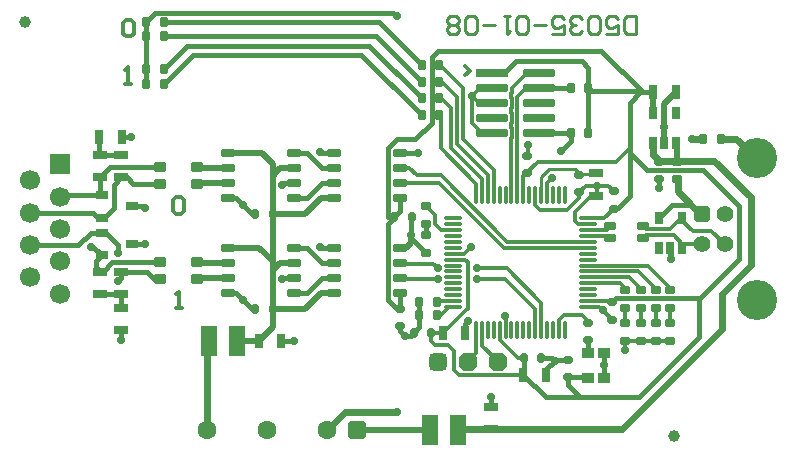
<source format=gtl>
G04*
G04 #@! TF.GenerationSoftware,Altium Limited,Altium Designer,24.3.1 (35)*
G04*
G04 Layer_Physical_Order=1*
G04 Layer_Color=255*
%FSLAX25Y25*%
%MOIN*%
G70*
G04*
G04 #@! TF.SameCoordinates,DD41D466-AE5E-4816-99C6-3666686ED4B2*
G04*
G04*
G04 #@! TF.FilePolarity,Positive*
G04*
G01*
G75*
G04:AMPARAMS|DCode=10|XSize=23.62mil|YSize=47.24mil|CornerRadius=3.54mil|HoleSize=0mil|Usage=FLASHONLY|Rotation=270.000|XOffset=0mil|YOffset=0mil|HoleType=Round|Shape=RoundedRectangle|*
%AMROUNDEDRECTD10*
21,1,0.02362,0.04016,0,0,270.0*
21,1,0.01654,0.04724,0,0,270.0*
1,1,0.00709,-0.02008,-0.00827*
1,1,0.00709,-0.02008,0.00827*
1,1,0.00709,0.02008,0.00827*
1,1,0.00709,0.02008,-0.00827*
%
%ADD10ROUNDEDRECTD10*%
G04:AMPARAMS|DCode=11|XSize=33.47mil|YSize=23.62mil|CornerRadius=2.36mil|HoleSize=0mil|Usage=FLASHONLY|Rotation=90.000|XOffset=0mil|YOffset=0mil|HoleType=Round|Shape=RoundedRectangle|*
%AMROUNDEDRECTD11*
21,1,0.03347,0.01890,0,0,90.0*
21,1,0.02874,0.02362,0,0,90.0*
1,1,0.00472,0.00945,0.01437*
1,1,0.00472,0.00945,-0.01437*
1,1,0.00472,-0.00945,-0.01437*
1,1,0.00472,-0.00945,0.01437*
%
%ADD11ROUNDEDRECTD11*%
%ADD12C,0.03937*%
G04:AMPARAMS|DCode=13|XSize=43.31mil|YSize=23.62mil|CornerRadius=3.54mil|HoleSize=0mil|Usage=FLASHONLY|Rotation=180.000|XOffset=0mil|YOffset=0mil|HoleType=Round|Shape=RoundedRectangle|*
%AMROUNDEDRECTD13*
21,1,0.04331,0.01654,0,0,180.0*
21,1,0.03622,0.02362,0,0,180.0*
1,1,0.00709,-0.01811,0.00827*
1,1,0.00709,0.01811,0.00827*
1,1,0.00709,0.01811,-0.00827*
1,1,0.00709,-0.01811,-0.00827*
%
%ADD13ROUNDEDRECTD13*%
G04:AMPARAMS|DCode=14|XSize=11.81mil|YSize=59.06mil|CornerRadius=2.95mil|HoleSize=0mil|Usage=FLASHONLY|Rotation=90.000|XOffset=0mil|YOffset=0mil|HoleType=Round|Shape=RoundedRectangle|*
%AMROUNDEDRECTD14*
21,1,0.01181,0.05315,0,0,90.0*
21,1,0.00591,0.05906,0,0,90.0*
1,1,0.00591,0.02657,0.00295*
1,1,0.00591,0.02657,-0.00295*
1,1,0.00591,-0.02657,-0.00295*
1,1,0.00591,-0.02657,0.00295*
%
%ADD14ROUNDEDRECTD14*%
G04:AMPARAMS|DCode=15|XSize=11.81mil|YSize=59.06mil|CornerRadius=2.95mil|HoleSize=0mil|Usage=FLASHONLY|Rotation=0.000|XOffset=0mil|YOffset=0mil|HoleType=Round|Shape=RoundedRectangle|*
%AMROUNDEDRECTD15*
21,1,0.01181,0.05315,0,0,0.0*
21,1,0.00591,0.05906,0,0,0.0*
1,1,0.00591,0.00295,-0.02657*
1,1,0.00591,-0.00295,-0.02657*
1,1,0.00591,-0.00295,0.02657*
1,1,0.00591,0.00295,0.02657*
%
%ADD15ROUNDEDRECTD15*%
%ADD16R,0.10630X0.02756*%
G04:AMPARAMS|DCode=17|XSize=27.56mil|YSize=106.3mil|CornerRadius=4.13mil|HoleSize=0mil|Usage=FLASHONLY|Rotation=270.000|XOffset=0mil|YOffset=0mil|HoleType=Round|Shape=RoundedRectangle|*
%AMROUNDEDRECTD17*
21,1,0.02756,0.09803,0,0,270.0*
21,1,0.01929,0.10630,0,0,270.0*
1,1,0.00827,-0.04902,-0.00965*
1,1,0.00827,-0.04902,0.00965*
1,1,0.00827,0.04902,0.00965*
1,1,0.00827,0.04902,-0.00965*
%
%ADD17ROUNDEDRECTD17*%
G04:AMPARAMS|DCode=18|XSize=23.62mil|YSize=43.31mil|CornerRadius=2.36mil|HoleSize=0mil|Usage=FLASHONLY|Rotation=180.000|XOffset=0mil|YOffset=0mil|HoleType=Round|Shape=RoundedRectangle|*
%AMROUNDEDRECTD18*
21,1,0.02362,0.03858,0,0,180.0*
21,1,0.01890,0.04331,0,0,180.0*
1,1,0.00472,-0.00945,0.01929*
1,1,0.00472,0.00945,0.01929*
1,1,0.00472,0.00945,-0.01929*
1,1,0.00472,-0.00945,-0.01929*
%
%ADD18ROUNDEDRECTD18*%
G04:AMPARAMS|DCode=19|XSize=33.47mil|YSize=23.62mil|CornerRadius=2.36mil|HoleSize=0mil|Usage=FLASHONLY|Rotation=180.000|XOffset=0mil|YOffset=0mil|HoleType=Round|Shape=RoundedRectangle|*
%AMROUNDEDRECTD19*
21,1,0.03347,0.01890,0,0,180.0*
21,1,0.02874,0.02362,0,0,180.0*
1,1,0.00472,-0.01437,0.00945*
1,1,0.00472,0.01437,0.00945*
1,1,0.00472,0.01437,-0.00945*
1,1,0.00472,-0.01437,-0.00945*
%
%ADD19ROUNDEDRECTD19*%
G04:AMPARAMS|DCode=20|XSize=49.21mil|YSize=27.56mil|CornerRadius=2.76mil|HoleSize=0mil|Usage=FLASHONLY|Rotation=180.000|XOffset=0mil|YOffset=0mil|HoleType=Round|Shape=RoundedRectangle|*
%AMROUNDEDRECTD20*
21,1,0.04921,0.02205,0,0,180.0*
21,1,0.04370,0.02756,0,0,180.0*
1,1,0.00551,-0.02185,0.01102*
1,1,0.00551,0.02185,0.01102*
1,1,0.00551,0.02185,-0.01102*
1,1,0.00551,-0.02185,-0.01102*
%
%ADD20ROUNDEDRECTD20*%
G04:AMPARAMS|DCode=21|XSize=43.31mil|YSize=31.5mil|CornerRadius=4.72mil|HoleSize=0mil|Usage=FLASHONLY|Rotation=0.000|XOffset=0mil|YOffset=0mil|HoleType=Round|Shape=RoundedRectangle|*
%AMROUNDEDRECTD21*
21,1,0.04331,0.02205,0,0,0.0*
21,1,0.03386,0.03150,0,0,0.0*
1,1,0.00945,0.01693,-0.01102*
1,1,0.00945,-0.01693,-0.01102*
1,1,0.00945,-0.01693,0.01102*
1,1,0.00945,0.01693,0.01102*
%
%ADD21ROUNDEDRECTD21*%
G04:AMPARAMS|DCode=22|XSize=55.12mil|YSize=102.36mil|CornerRadius=8.27mil|HoleSize=0mil|Usage=FLASHONLY|Rotation=180.000|XOffset=0mil|YOffset=0mil|HoleType=Round|Shape=RoundedRectangle|*
%AMROUNDEDRECTD22*
21,1,0.05512,0.08583,0,0,180.0*
21,1,0.03858,0.10236,0,0,180.0*
1,1,0.01654,-0.01929,0.04291*
1,1,0.01654,0.01929,0.04291*
1,1,0.01654,0.01929,-0.04291*
1,1,0.01654,-0.01929,-0.04291*
%
%ADD22ROUNDEDRECTD22*%
G04:AMPARAMS|DCode=23|XSize=39.37mil|YSize=35.43mil|CornerRadius=3.54mil|HoleSize=0mil|Usage=FLASHONLY|Rotation=180.000|XOffset=0mil|YOffset=0mil|HoleType=Round|Shape=RoundedRectangle|*
%AMROUNDEDRECTD23*
21,1,0.03937,0.02835,0,0,180.0*
21,1,0.03228,0.03543,0,0,180.0*
1,1,0.00709,-0.01614,0.01417*
1,1,0.00709,0.01614,0.01417*
1,1,0.00709,0.01614,-0.01417*
1,1,0.00709,-0.01614,-0.01417*
%
%ADD23ROUNDEDRECTD23*%
G04:AMPARAMS|DCode=24|XSize=23.62mil|YSize=43.31mil|CornerRadius=2.36mil|HoleSize=0mil|Usage=FLASHONLY|Rotation=90.000|XOffset=0mil|YOffset=0mil|HoleType=Round|Shape=RoundedRectangle|*
%AMROUNDEDRECTD24*
21,1,0.02362,0.03858,0,0,90.0*
21,1,0.01890,0.04331,0,0,90.0*
1,1,0.00472,0.01929,0.00945*
1,1,0.00472,0.01929,-0.00945*
1,1,0.00472,-0.01929,-0.00945*
1,1,0.00472,-0.01929,0.00945*
%
%ADD24ROUNDEDRECTD24*%
G04:AMPARAMS|DCode=25|XSize=31.5mil|YSize=25.59mil|CornerRadius=6.4mil|HoleSize=0mil|Usage=FLASHONLY|Rotation=90.000|XOffset=0mil|YOffset=0mil|HoleType=Round|Shape=RoundedRectangle|*
%AMROUNDEDRECTD25*
21,1,0.03150,0.01280,0,0,90.0*
21,1,0.01870,0.02559,0,0,90.0*
1,1,0.01280,0.00640,0.00935*
1,1,0.01280,0.00640,-0.00935*
1,1,0.01280,-0.00640,-0.00935*
1,1,0.01280,-0.00640,0.00935*
%
%ADD25ROUNDEDRECTD25*%
G04:AMPARAMS|DCode=26|XSize=31.5mil|YSize=25.59mil|CornerRadius=6.4mil|HoleSize=0mil|Usage=FLASHONLY|Rotation=180.000|XOffset=0mil|YOffset=0mil|HoleType=Round|Shape=RoundedRectangle|*
%AMROUNDEDRECTD26*
21,1,0.03150,0.01280,0,0,180.0*
21,1,0.01870,0.02559,0,0,180.0*
1,1,0.01280,-0.00935,0.00640*
1,1,0.01280,0.00935,0.00640*
1,1,0.01280,0.00935,-0.00640*
1,1,0.01280,-0.00935,-0.00640*
%
%ADD26ROUNDEDRECTD26*%
G04:AMPARAMS|DCode=27|XSize=49.21mil|YSize=27.56mil|CornerRadius=2.76mil|HoleSize=0mil|Usage=FLASHONLY|Rotation=270.000|XOffset=0mil|YOffset=0mil|HoleType=Round|Shape=RoundedRectangle|*
%AMROUNDEDRECTD27*
21,1,0.04921,0.02205,0,0,270.0*
21,1,0.04370,0.02756,0,0,270.0*
1,1,0.00551,-0.01102,-0.02185*
1,1,0.00551,-0.01102,0.02185*
1,1,0.00551,0.01102,0.02185*
1,1,0.00551,0.01102,-0.02185*
%
%ADD27ROUNDEDRECTD27*%
%ADD28C,0.01181*%
%ADD60C,0.01575*%
%ADD61C,0.02362*%
%ADD62C,0.01968*%
%ADD63C,0.01200*%
%ADD64C,0.00984*%
%ADD65C,0.01000*%
%ADD66C,0.06693*%
%ADD67R,0.06693X0.06693*%
G04:AMPARAMS|DCode=68|XSize=59.06mil|YSize=59.06mil|CornerRadius=14.76mil|HoleSize=0mil|Usage=FLASHONLY|Rotation=0.000|XOffset=0mil|YOffset=0mil|HoleType=Round|Shape=RoundedRectangle|*
%AMROUNDEDRECTD68*
21,1,0.05906,0.02953,0,0,0.0*
21,1,0.02953,0.05906,0,0,0.0*
1,1,0.02953,0.01476,-0.01476*
1,1,0.02953,-0.01476,-0.01476*
1,1,0.02953,-0.01476,0.01476*
1,1,0.02953,0.01476,0.01476*
%
%ADD68ROUNDEDRECTD68*%
G04:AMPARAMS|DCode=69|XSize=59.06mil|YSize=59.06mil|CornerRadius=0mil|HoleSize=0mil|Usage=FLASHONLY|Rotation=0.000|XOffset=0mil|YOffset=0mil|HoleType=Round|Shape=Octagon|*
%AMOCTAGOND69*
4,1,8,0.02953,-0.01476,0.02953,0.01476,0.01476,0.02953,-0.01476,0.02953,-0.02953,0.01476,-0.02953,-0.01476,-0.01476,-0.02953,0.01476,-0.02953,0.02953,-0.01476,0.0*
%
%ADD69OCTAGOND69*%

%ADD70C,0.13386*%
%ADD71C,0.05512*%
G04:AMPARAMS|DCode=72|XSize=55.12mil|YSize=55.12mil|CornerRadius=13.78mil|HoleSize=0mil|Usage=FLASHONLY|Rotation=90.000|XOffset=0mil|YOffset=0mil|HoleType=Round|Shape=RoundedRectangle|*
%AMROUNDEDRECTD72*
21,1,0.05512,0.02756,0,0,90.0*
21,1,0.02756,0.05512,0,0,90.0*
1,1,0.02756,0.01378,0.01378*
1,1,0.02756,0.01378,-0.01378*
1,1,0.02756,-0.01378,-0.01378*
1,1,0.02756,-0.01378,0.01378*
%
%ADD72ROUNDEDRECTD72*%
%ADD73C,0.06299*%
G04:AMPARAMS|DCode=74|XSize=62.99mil|YSize=62.99mil|CornerRadius=15.75mil|HoleSize=0mil|Usage=FLASHONLY|Rotation=0.000|XOffset=0mil|YOffset=0mil|HoleType=Round|Shape=RoundedRectangle|*
%AMROUNDEDRECTD74*
21,1,0.06299,0.03150,0,0,0.0*
21,1,0.03150,0.06299,0,0,0.0*
1,1,0.03150,0.01575,-0.01575*
1,1,0.03150,-0.01575,-0.01575*
1,1,0.03150,-0.01575,0.01575*
1,1,0.03150,0.01575,0.01575*
%
%ADD74ROUNDEDRECTD74*%
%ADD75C,0.02756*%
D10*
X83465Y70492D02*
D03*
Y65492D02*
D03*
Y60492D02*
D03*
Y55492D02*
D03*
X105512Y70492D02*
D03*
Y65492D02*
D03*
Y60492D02*
D03*
Y55492D02*
D03*
X83465Y101988D02*
D03*
Y96988D02*
D03*
Y91988D02*
D03*
Y86988D02*
D03*
X105512Y101988D02*
D03*
Y96988D02*
D03*
Y91988D02*
D03*
Y86988D02*
D03*
X118898Y70492D02*
D03*
Y65492D02*
D03*
Y60492D02*
D03*
Y55492D02*
D03*
X140945Y70492D02*
D03*
Y65492D02*
D03*
Y60492D02*
D03*
Y55492D02*
D03*
X118898Y101988D02*
D03*
Y96988D02*
D03*
Y91988D02*
D03*
Y86988D02*
D03*
X140945Y101988D02*
D03*
Y96988D02*
D03*
Y91988D02*
D03*
Y86988D02*
D03*
D11*
X241732Y106890D02*
D03*
X247638D02*
D03*
X197638Y108858D02*
D03*
X203543D02*
D03*
X197638Y123819D02*
D03*
X203543D02*
D03*
X153150Y52559D02*
D03*
X147244D02*
D03*
X153150Y48228D02*
D03*
X147244D02*
D03*
X148031Y114764D02*
D03*
X153937D02*
D03*
X148031Y120276D02*
D03*
X153937D02*
D03*
X148031Y125787D02*
D03*
X153937D02*
D03*
X148031Y131299D02*
D03*
X153937D02*
D03*
X62008Y125197D02*
D03*
X56102D02*
D03*
X62008Y129921D02*
D03*
X56102D02*
D03*
X62008Y140945D02*
D03*
X56102D02*
D03*
X62008Y145669D02*
D03*
X56102D02*
D03*
D12*
X232283Y7874D02*
D03*
X15748Y145669D02*
D03*
D13*
X210827Y77756D02*
D03*
X221850D02*
D03*
Y73819D02*
D03*
X210827D02*
D03*
D14*
X158465Y80315D02*
D03*
Y78347D02*
D03*
Y76378D02*
D03*
Y74409D02*
D03*
Y72441D02*
D03*
Y70472D02*
D03*
Y68504D02*
D03*
Y66535D02*
D03*
Y64567D02*
D03*
Y62598D02*
D03*
Y60630D02*
D03*
Y58661D02*
D03*
Y56693D02*
D03*
Y54724D02*
D03*
Y52756D02*
D03*
Y50787D02*
D03*
X203346D02*
D03*
Y52756D02*
D03*
Y54724D02*
D03*
Y56693D02*
D03*
Y58661D02*
D03*
Y60630D02*
D03*
Y62598D02*
D03*
Y64567D02*
D03*
Y66535D02*
D03*
Y68504D02*
D03*
Y70472D02*
D03*
Y72441D02*
D03*
Y74409D02*
D03*
Y76378D02*
D03*
Y78347D02*
D03*
Y80315D02*
D03*
D15*
X166142Y43110D02*
D03*
X168110D02*
D03*
X170079D02*
D03*
X172047D02*
D03*
X174016D02*
D03*
X175984D02*
D03*
X177953D02*
D03*
X179921D02*
D03*
X181890D02*
D03*
X183858D02*
D03*
X185827D02*
D03*
X187795D02*
D03*
X189764D02*
D03*
X191732D02*
D03*
X193701D02*
D03*
X195669D02*
D03*
Y87992D02*
D03*
X193701D02*
D03*
X191732D02*
D03*
X189764D02*
D03*
X187795D02*
D03*
X185827D02*
D03*
X183858D02*
D03*
X181890D02*
D03*
X179921D02*
D03*
X177953D02*
D03*
X175984D02*
D03*
X174016D02*
D03*
X172047D02*
D03*
X170079D02*
D03*
X168110D02*
D03*
X166142D02*
D03*
D16*
X171457Y128661D02*
D03*
D17*
X187205D02*
D03*
X171457Y123661D02*
D03*
X187205D02*
D03*
X171457Y118661D02*
D03*
Y113661D02*
D03*
Y108661D02*
D03*
X187205Y118661D02*
D03*
Y113661D02*
D03*
Y108661D02*
D03*
D18*
X225197Y115551D02*
D03*
X232677D02*
D03*
Y105315D02*
D03*
X228937D02*
D03*
X225197D02*
D03*
X227165Y80512D02*
D03*
X234646D02*
D03*
Y70276D02*
D03*
X230906D02*
D03*
X227165D02*
D03*
D19*
X149409Y68701D02*
D03*
Y74606D02*
D03*
X230906Y39370D02*
D03*
Y45276D02*
D03*
X226181Y39370D02*
D03*
Y45276D02*
D03*
X221063Y39370D02*
D03*
Y45276D02*
D03*
X215945Y39370D02*
D03*
Y45276D02*
D03*
X233268Y99213D02*
D03*
Y93307D02*
D03*
X149409Y84449D02*
D03*
Y78543D02*
D03*
X230906Y56299D02*
D03*
Y50394D02*
D03*
X226181Y56299D02*
D03*
Y50394D02*
D03*
X221063Y56299D02*
D03*
Y50394D02*
D03*
X215945Y56299D02*
D03*
Y50394D02*
D03*
D20*
X40937Y62551D02*
D03*
Y55071D02*
D03*
X47937Y62551D02*
D03*
Y55071D02*
D03*
X40937Y94071D02*
D03*
Y101551D02*
D03*
X47937Y94071D02*
D03*
Y101551D02*
D03*
Y50551D02*
D03*
Y43071D02*
D03*
X206102Y95276D02*
D03*
Y87795D02*
D03*
X171260Y10039D02*
D03*
Y17520D02*
D03*
D21*
X60630Y65748D02*
D03*
X73228D02*
D03*
Y60236D02*
D03*
X60630D02*
D03*
Y97244D02*
D03*
X73228D02*
D03*
Y91732D02*
D03*
X60630D02*
D03*
D22*
X160236Y9843D02*
D03*
X150787D02*
D03*
X76968Y39370D02*
D03*
X86417D02*
D03*
D23*
X203346Y27165D02*
D03*
X208858D02*
D03*
Y35433D02*
D03*
X203346D02*
D03*
D24*
X41319Y75551D02*
D03*
Y68071D02*
D03*
X51555Y71811D02*
D03*
X41319Y88051D02*
D03*
Y80571D02*
D03*
X51555Y84311D02*
D03*
D25*
X92618Y50197D02*
D03*
X98327D02*
D03*
X92618Y81693D02*
D03*
X98327D02*
D03*
X144653Y80614D02*
D03*
X138945D02*
D03*
X145445Y42114D02*
D03*
X151154D02*
D03*
X187697Y33661D02*
D03*
X181988D02*
D03*
D26*
X140748Y44390D02*
D03*
Y50098D02*
D03*
X200591Y89075D02*
D03*
Y94784D02*
D03*
X183268Y101083D02*
D03*
Y95374D02*
D03*
X212008Y89272D02*
D03*
Y83563D02*
D03*
X211614Y46555D02*
D03*
Y52264D02*
D03*
X226969Y93405D02*
D03*
Y99114D02*
D03*
X196653Y32972D02*
D03*
Y27264D02*
D03*
X203346Y45571D02*
D03*
Y39862D02*
D03*
D27*
X40551Y107283D02*
D03*
X48031D02*
D03*
X155059Y42114D02*
D03*
X162539D02*
D03*
X93701Y39370D02*
D03*
X101181D02*
D03*
X181890Y28150D02*
D03*
X189370D02*
D03*
X225197Y122244D02*
D03*
X232677D02*
D03*
D28*
X181890Y94350D02*
X186653Y99114D01*
X208854Y80315D02*
X212299Y83760D01*
X160343Y28071D02*
X181890D01*
X140945Y60114D02*
X153299D01*
X140945Y65114D02*
X151799D01*
X211154Y46760D02*
X211799D01*
X180252Y33661D02*
X181988D01*
X174016Y39898D02*
X180252Y33661D01*
X153150Y48228D02*
X154528D01*
X157087Y50787D01*
X158465D01*
X153150Y52559D02*
X153347Y52756D01*
X158465D01*
X152362Y78543D02*
X154528Y76378D01*
X158465D01*
X162189Y68504D02*
X164299Y70614D01*
X158465Y68504D02*
X162189D01*
X163299Y50114D02*
Y65835D01*
X162598Y66535D02*
X163299Y65835D01*
X158465Y66535D02*
X162598D01*
X234646Y79768D02*
X234842Y79571D01*
X230709Y76575D02*
X233902Y79768D01*
X234646D01*
X209842Y74409D02*
X210039Y74213D01*
X210236D01*
X203346Y74409D02*
X209842D01*
X210236Y74213D02*
X210827Y73622D01*
X168110Y37803D02*
Y43110D01*
Y37803D02*
X173299Y32614D01*
X166142Y35457D02*
Y43110D01*
X163299Y32614D02*
X166142Y35457D01*
X175787Y47835D02*
X175984Y47638D01*
Y43110D02*
Y47638D01*
X174016Y39898D02*
Y43110D01*
X176299Y63614D02*
X187795Y52118D01*
Y43110D02*
Y52118D01*
X175799Y60114D02*
X185827Y50087D01*
Y43110D02*
Y50087D01*
X195358Y48114D02*
X201394D01*
X193701Y46457D02*
X195358Y48114D01*
X193701Y43110D02*
Y46457D01*
X203346Y50787D02*
X207126D01*
X208299Y49614D01*
X203346Y52756D02*
X211512D01*
X211799Y52469D01*
X223299Y64567D02*
X231299Y56567D01*
X203346Y64567D02*
X223299D01*
X220268Y62598D02*
X226299Y56567D01*
X203346Y62598D02*
X220268D01*
X217236Y60630D02*
X221299Y56567D01*
X203346Y60630D02*
X217236D01*
X203346Y58661D02*
X214205D01*
X216299Y56567D01*
X215945Y36417D02*
Y39307D01*
X226181Y39370D02*
X230906D01*
X221063D02*
X226181D01*
X215945D02*
X221063D01*
X230906Y45276D02*
Y50394D01*
X226181Y45276D02*
Y50394D01*
X221063Y45276D02*
Y50394D01*
X215945Y45276D02*
Y50394D01*
X155059Y42114D02*
X155256D01*
X151154D02*
X155059D01*
X154026Y131388D02*
X161799Y123614D01*
X179921Y87992D02*
Y120866D01*
X183129Y124074D01*
X183405Y129074D02*
X187173D01*
X177962Y122032D02*
Y123632D01*
X183405Y129074D01*
X200591Y87205D02*
Y89075D01*
X196500Y83114D02*
X200591Y87205D01*
Y89075D02*
X202630Y91114D01*
X206299D01*
X210165D02*
X212008Y89272D01*
X206299Y91114D02*
X210165D01*
X206102Y87795D02*
X206299Y87992D01*
Y91114D01*
X204331Y87795D02*
X206102D01*
X199016Y82480D02*
X204331Y87795D01*
X199016Y79331D02*
Y82480D01*
Y79331D02*
X200000Y78347D01*
X203346D01*
X209646Y76378D02*
X210827Y77559D01*
X203346Y76378D02*
X209646D01*
X187299Y83114D02*
X196500D01*
X203346Y80315D02*
X208854D01*
X189764Y87992D02*
Y92079D01*
X191299Y93614D01*
X185827Y84587D02*
X187299Y83114D01*
X185827Y84587D02*
Y87992D01*
X181890D02*
Y94350D01*
X177953Y120299D02*
X177962Y120290D01*
Y117032D02*
Y120290D01*
X177953Y122022D02*
X177962Y122032D01*
X177953Y87992D02*
Y107022D01*
X177962Y107032D02*
Y110290D01*
X177953Y107022D02*
X177962Y107032D01*
X177953Y120299D02*
Y122022D01*
Y110299D02*
X177962Y110290D01*
X177953Y117022D02*
X177962Y117032D01*
X177953Y110299D02*
Y112022D01*
Y115299D02*
Y117022D01*
X177962Y112032D02*
Y115290D01*
X177953Y115299D02*
X177962Y115290D01*
X177953Y112022D02*
X177962Y112032D01*
X161799Y106705D02*
X172047Y96457D01*
X161799Y106705D02*
Y123614D01*
X172047Y87992D02*
Y96457D01*
X154299Y103575D02*
Y115114D01*
Y103575D02*
X166142Y91732D01*
Y87992D02*
Y91732D01*
X170079Y87992D02*
Y94882D01*
X154276Y120638D02*
X157799Y117114D01*
X168110Y87992D02*
Y93307D01*
X157799Y103618D02*
Y117114D01*
Y103618D02*
X168110Y93307D01*
X159799Y105161D02*
Y120614D01*
Y105161D02*
X170079Y94882D01*
X201394Y48114D02*
X203543Y45965D01*
X152362Y78543D02*
Y81496D01*
X149409Y84449D02*
X152362Y81496D01*
X234842Y70472D02*
X236024Y71653D01*
X241142D01*
X234842Y79571D02*
X238299Y76114D01*
X234842Y70472D02*
Y71850D01*
X232087Y74606D02*
X234842Y71850D01*
X222835Y74606D02*
X232087D01*
X221850Y73622D02*
X222835Y74606D01*
Y76575D02*
X230709D01*
X221850Y77559D02*
X222835Y76575D01*
X212799Y99114D02*
X217299Y103614D01*
X208299Y49614D02*
X211154Y46760D01*
X158799Y29614D02*
X160343Y28071D01*
X151154Y39260D02*
Y42114D01*
Y39260D02*
X152299Y38114D01*
X156799D01*
X158799Y36114D01*
X155256Y42114D02*
X163256Y50114D01*
X163299D01*
X158799Y29614D02*
Y36114D01*
X244555Y76114D02*
X249016Y71653D01*
X238299Y76114D02*
X244555D01*
X183299Y101469D02*
Y104614D01*
X154252Y126114D02*
X154299D01*
X159799Y120614D01*
X186653Y99114D02*
X212799D01*
X164799Y121114D02*
X167759Y124074D01*
X171425D01*
X164799Y121114D02*
X166839Y119074D01*
X171425D01*
X164799Y112114D02*
X167839Y109074D01*
X171425D01*
X164799Y112114D02*
Y121114D01*
X187173Y109074D02*
X187213Y109114D01*
X166299Y63614D02*
X176299D01*
X166299Y60114D02*
X175799D01*
X151799Y65114D02*
X153299Y63614D01*
X49213Y125197D02*
X51049D01*
X50131D01*
Y130707D01*
X49213Y129788D01*
X48425Y145537D02*
X49343Y146455D01*
X51180D01*
X52099Y145537D01*
Y141863D01*
X51180Y140945D01*
X49343D01*
X48425Y141863D01*
Y145537D01*
X66142Y50394D02*
X67978D01*
X67060D01*
Y55904D01*
X66142Y54985D01*
X65158Y86481D02*
X66076Y87400D01*
X67913D01*
X68831Y86481D01*
Y82808D01*
X67913Y81890D01*
X66076D01*
X65158Y82808D01*
Y86481D01*
X162402Y127953D02*
X163976Y129527D01*
X162402Y131101D01*
D60*
X220417Y20614D02*
X240453Y40650D01*
Y53445D01*
X142299Y41114D02*
X144445D01*
X145445Y42114D01*
X140748Y42665D02*
X142299Y41114D01*
X140748Y42665D02*
Y44390D01*
Y50098D02*
X140945Y50295D01*
Y55492D01*
X139815Y50098D02*
X140748D01*
X136811Y53102D02*
X139815Y50098D01*
X88583Y53150D02*
X91535Y50197D01*
X92618D01*
X86240Y55492D02*
X88583Y53150D01*
X83465Y55492D02*
X86240D01*
X101378Y60039D02*
X101831Y60492D01*
X105512D01*
X88583Y84646D02*
X91535Y81693D01*
X92618D01*
X86240Y86988D02*
X88583Y84646D01*
X83465Y86988D02*
X86240D01*
X101378Y91535D02*
X101831Y91988D01*
X105512D01*
X114173Y70866D02*
X114547Y70492D01*
X118898D01*
X114173Y102362D02*
X114547Y101988D01*
X118898D01*
X101181Y39370D02*
X105315D01*
X171260Y17520D02*
Y20669D01*
X200799Y20614D02*
X220417D01*
X105512Y55492D02*
X109626D01*
X114626Y60492D01*
X118898D01*
X105512Y70492D02*
X109626D01*
X114626Y65492D01*
X118898D01*
X105512Y86988D02*
X109626D01*
X114626Y91988D01*
X118898D01*
X105512Y101988D02*
X109626D01*
X114626Y96988D01*
X118898D01*
X127953Y134843D02*
X148031Y114764D01*
X71653Y134843D02*
X127953D01*
X62008Y125197D02*
X71653Y134843D01*
X130512Y137795D02*
X148031Y120276D01*
X69882Y137795D02*
X130512D01*
X62008Y129921D02*
X69882Y137795D01*
X132874Y140945D02*
X148031Y125787D01*
X62008Y140945D02*
X132874D01*
X133661Y145669D02*
X148031Y131299D01*
X62008Y145669D02*
X133661D01*
X56102Y145866D02*
X59055Y148819D01*
X56102Y145669D02*
Y145866D01*
Y140945D02*
Y145669D01*
Y129921D02*
Y140945D01*
Y125197D02*
Y129921D01*
X59055Y148819D02*
X138583D01*
X139764Y147638D01*
X17500Y71378D02*
X33504D01*
X17500Y82165D02*
X17500Y82165D01*
X27500Y87559D02*
X27992Y88051D01*
X41319D01*
X44937Y65811D02*
X60630D01*
X47937Y62551D02*
X56543D01*
X58858Y60236D02*
X60630D01*
X56543Y62551D02*
X58858Y60236D01*
X51937Y91811D02*
X60630D01*
X44110Y97244D02*
X60630D01*
X48031Y107283D02*
X51181D01*
X40551Y101937D02*
X40937Y101551D01*
X40551Y101937D02*
Y107283D01*
X203445Y27461D02*
X203740Y27165D01*
X196653Y27461D02*
X203445D01*
X171425Y129074D02*
X175759D01*
X208858Y27953D02*
X209449Y27362D01*
X208858Y34646D02*
X209449Y35236D01*
X140945Y102114D02*
X146799D01*
X162343Y42114D02*
Y45158D01*
X138945Y80614D02*
X140945Y82614D01*
Y86988D01*
X136811Y80614D02*
X138945D01*
X136811D02*
Y103626D01*
X139799Y106614D01*
X136811Y78480D02*
X138945Y80614D01*
X136811Y53102D02*
Y78480D01*
X189370Y29921D02*
X192323Y32874D01*
X189370Y28150D02*
Y29921D01*
X192323Y32874D02*
X192421Y32972D01*
X196653D01*
X191535Y33661D02*
X192323Y32874D01*
X187697Y33661D02*
X191535D01*
X181988Y28248D02*
Y33661D01*
X181890Y28150D02*
X181988Y28248D01*
X181890Y28150D02*
X189425Y20614D01*
X147244Y48228D02*
Y52559D01*
X208858Y31299D02*
Y34646D01*
Y27953D02*
Y31299D01*
X147244Y43913D02*
Y48228D01*
X196653Y27264D02*
Y27461D01*
Y24760D02*
Y27264D01*
X203346Y35827D02*
Y39862D01*
Y35827D02*
X203740Y35433D01*
X223205Y96260D02*
X241929D01*
X226969Y90354D02*
Y93405D01*
X220929Y122244D02*
X225197D01*
X220929D02*
X221299Y122614D01*
X217299Y118614D02*
X220929Y122244D01*
X204748Y122614D02*
X221299D01*
X203543Y123819D02*
X204748Y122614D01*
X203543Y108858D02*
Y123819D01*
X194299Y102614D02*
X197638Y105953D01*
Y108858D01*
X197440Y108661D02*
X197638Y108858D01*
X187205Y108661D02*
X197440D01*
X197480Y123661D02*
X197638Y123819D01*
X187205Y123661D02*
X197480D01*
X203543Y123819D02*
Y130370D01*
X201299Y132614D02*
X203543Y130370D01*
X209252Y27165D02*
X209449Y27362D01*
X209252Y35433D02*
X209449Y35236D01*
X144299Y73811D02*
X149409Y68701D01*
X144299Y73811D02*
Y74614D01*
X149409Y74606D02*
Y78543D01*
X227362Y80709D02*
X231380Y84726D01*
X240453Y53445D02*
X253740Y66732D01*
X240283Y53614D02*
X240453Y53445D01*
X217299Y102165D02*
Y103614D01*
Y87614D02*
Y102165D01*
X223205Y96260D01*
X241929D02*
X253740Y84449D01*
Y66732D02*
Y84449D01*
X189425Y20614D02*
X200799D01*
X196653Y24760D02*
X200799Y20614D01*
X211799Y52469D02*
X212945Y53614D01*
X162343Y45158D02*
X163299Y46114D01*
X145445Y42114D02*
X147244Y43913D01*
X213445Y83760D02*
X217299Y87614D01*
X212299Y83760D02*
X213445D01*
X151299Y134114D02*
X151299Y112114D01*
X151299Y134114D02*
X153299Y136114D01*
X207799D01*
X139799Y106614D02*
X145799D01*
X151299Y112114D01*
X144299Y74614D02*
Y80260D01*
X144653Y80614D01*
X179299Y132614D02*
X201299D01*
X175759Y129074D02*
X179299Y132614D01*
X217299Y103614D02*
Y118614D01*
X47937Y94071D02*
X49677D01*
X51937Y91811D01*
X45437Y83811D02*
Y91571D01*
X47937Y94071D01*
X41319Y80571D02*
X42197D01*
X45437Y83811D01*
X38583Y82165D02*
X40177Y80571D01*
X17500Y82165D02*
X38583D01*
X40177Y80571D02*
X41319D01*
X38579Y70811D02*
X41319Y68071D01*
X37937Y70811D02*
X38579D01*
X40937Y62551D02*
X41677D01*
X44937Y65811D01*
X39437Y66189D02*
X41319Y68071D01*
X39437Y64051D02*
Y66189D01*
Y64051D02*
X40937Y62551D01*
X46937Y68576D02*
Y71311D01*
X42697Y75551D02*
X46937Y71311D01*
X41319Y75551D02*
X42697D01*
X37677D02*
X41319D01*
X33504Y71378D02*
X37677Y75551D01*
X40937Y94071D02*
X44110Y97244D01*
X231380Y84726D02*
X237911D01*
X40937Y88433D02*
X41319Y88051D01*
X40937Y88433D02*
Y94071D01*
X47937Y39811D02*
Y43071D01*
Y50551D02*
Y55071D01*
X46937Y59311D02*
X47937Y60311D01*
Y62551D01*
X55437Y84311D02*
X55937Y83811D01*
X51555Y84311D02*
X55437D01*
X51555Y71811D02*
X55937D01*
X40937Y55071D02*
X47937D01*
X40937Y101551D02*
X47937D01*
X212945Y53614D02*
X240283D01*
X207799Y136114D02*
X221299Y122614D01*
D61*
X214764Y10039D02*
X248031Y43307D01*
Y55118D02*
X257677Y64764D01*
X248031Y43307D02*
Y55118D01*
X76457Y9843D02*
Y38858D01*
X122362Y15748D02*
X139764D01*
X116457Y9843D02*
X122362Y15748D01*
X160236Y9843D02*
X160433Y10039D01*
X171260D01*
X214764D01*
X227398Y99567D02*
X233299D01*
Y89339D02*
Y93307D01*
X225197Y101571D02*
X227299Y99468D01*
X225197Y101571D02*
Y105315D01*
X237992Y106890D02*
X241732D01*
X252953D02*
X259646Y100197D01*
X247638Y106890D02*
X252953D01*
X257677Y64764D02*
Y87402D01*
X245512Y99567D02*
X257677Y87402D01*
X233299Y99567D02*
X245512D01*
X227299Y99468D02*
X227398Y99567D01*
X237911Y84726D02*
X241142Y81496D01*
X233299Y89339D02*
X237911Y84726D01*
D62*
X73484Y91988D02*
X83465D01*
X73228Y91732D02*
X73484Y91988D01*
Y96988D02*
X83465D01*
X73228Y97244D02*
X73484Y96988D01*
Y60492D02*
X83465D01*
X73228Y60236D02*
X73484Y60492D01*
Y65492D02*
X83465D01*
X73228Y65748D02*
X73484Y65492D01*
X98327Y65945D02*
Y81693D01*
Y62992D02*
Y65945D01*
X93779Y70492D02*
X98327Y65945D01*
X83465Y70492D02*
X93779D01*
X98327Y94488D02*
Y98524D01*
Y81693D02*
Y94488D01*
X100827Y96988D01*
X105512D01*
X83465Y101988D02*
X94862D01*
X98327Y98524D01*
Y81693D02*
X109252D01*
X114547Y86988D01*
X118898D01*
X98327Y50197D02*
Y62992D01*
X100827Y65492D01*
X105512D01*
X109252Y50197D02*
X114547Y55492D01*
X118898D01*
X98327Y50197D02*
X109252D01*
X93701Y39370D02*
X98327Y43996D01*
Y50197D01*
X86417Y39370D02*
X93701D01*
X76457Y38858D02*
X76968Y39370D01*
X150787Y9843D02*
X150787Y9843D01*
X126457Y9843D02*
X150787D01*
X233039Y99827D02*
Y105496D01*
X231102Y66732D02*
Y70472D01*
X140945Y70492D02*
X142701D01*
X144299Y72091D01*
X228937Y110827D02*
Y118504D01*
Y105315D02*
Y110827D01*
Y118504D02*
X232677Y122244D01*
X225197Y115551D02*
Y122244D01*
X144299Y72091D02*
Y73811D01*
X233039Y99827D02*
X233299Y99567D01*
D63*
X175378Y70535D02*
X203740D01*
X140945Y92114D02*
X153799D01*
X176409Y72504D02*
X203740D01*
X140945Y97114D02*
X143799D01*
X153799Y92114D02*
X175378Y70535D01*
X143799Y97114D02*
X146299Y94614D01*
X154299D02*
X176409Y72504D01*
X146299Y94614D02*
X154299D01*
D64*
X187795Y94110D02*
X190299Y96614D01*
X187795Y87992D02*
Y94110D01*
X206110Y94968D02*
X206299Y95157D01*
X200799Y94968D02*
X206110D01*
X199153Y96614D02*
X200799Y94968D01*
X190299Y96614D02*
X199153D01*
D65*
X219488Y141640D02*
Y147638D01*
X216489D01*
X215490Y146638D01*
Y142639D01*
X216489Y141640D01*
X219488D01*
X209491D02*
X213490D01*
Y144639D01*
X211491Y143639D01*
X210491D01*
X209491Y144639D01*
Y146638D01*
X210491Y147638D01*
X212491D01*
X213490Y146638D01*
X207492Y142639D02*
X206492Y141640D01*
X204493D01*
X203493Y142639D01*
Y146638D01*
X204493Y147638D01*
X206492D01*
X207492Y146638D01*
Y142639D01*
X201494D02*
X200494Y141640D01*
X198495D01*
X197495Y142639D01*
Y143639D01*
X198495Y144639D01*
X199495D01*
X198495D01*
X197495Y145638D01*
Y146638D01*
X198495Y147638D01*
X200494D01*
X201494Y146638D01*
X191497Y141640D02*
X195496D01*
Y144639D01*
X193497Y143639D01*
X192497D01*
X191497Y144639D01*
Y146638D01*
X192497Y147638D01*
X194496D01*
X195496Y146638D01*
X189498Y144639D02*
X185499D01*
X183500Y142639D02*
X182500Y141640D01*
X180501D01*
X179501Y142639D01*
Y146638D01*
X180501Y147638D01*
X182500D01*
X183500Y146638D01*
Y142639D01*
X177502Y147638D02*
X175502D01*
X176502D01*
Y141640D01*
X177502Y142639D01*
X172503Y144639D02*
X168505D01*
X166505Y142639D02*
X165506Y141640D01*
X163506D01*
X162507Y142639D01*
Y146638D01*
X163506Y147638D01*
X165506D01*
X166505Y146638D01*
Y142639D01*
X160507D02*
X159508Y141640D01*
X157508D01*
X156509Y142639D01*
Y143639D01*
X157508Y144639D01*
X156509Y145638D01*
Y146638D01*
X157508Y147638D01*
X159508D01*
X160507Y146638D01*
Y145638D01*
X159508Y144639D01*
X160507Y143639D01*
Y142639D01*
X159508Y144639D02*
X157508D01*
D66*
X17500Y60590D02*
D03*
Y71378D02*
D03*
Y82165D02*
D03*
Y92953D02*
D03*
X27500Y55197D02*
D03*
Y65984D02*
D03*
Y76772D02*
D03*
Y87559D02*
D03*
D67*
Y98347D02*
D03*
D68*
X153583Y32480D02*
D03*
D69*
X163583D02*
D03*
X173583D02*
D03*
D70*
X259842Y53150D02*
D03*
Y100394D02*
D03*
D71*
X249213Y71850D02*
D03*
Y81693D02*
D03*
X241339Y71850D02*
D03*
D72*
Y81693D02*
D03*
D73*
X96457Y9843D02*
D03*
X76457D02*
D03*
X116457D02*
D03*
D74*
X126457Y9843D02*
D03*
D75*
X114173Y70866D02*
D03*
X101378Y91535D02*
D03*
Y60039D02*
D03*
X139764Y147638D02*
D03*
X171260Y20669D02*
D03*
X208858Y31299D02*
D03*
X175787Y47835D02*
D03*
X215945Y36417D02*
D03*
X237992Y106890D02*
D03*
X228937Y110827D02*
D03*
X163299Y46114D02*
D03*
X142299Y41114D02*
D03*
X88583Y53150D02*
D03*
X146799Y102114D02*
D03*
X191299Y93614D02*
D03*
X194299Y102614D02*
D03*
X183299Y104614D02*
D03*
X164799Y121114D02*
D03*
X139764Y15748D02*
D03*
X37937Y70811D02*
D03*
X46937Y68576D02*
D03*
X226969Y90354D02*
D03*
X105315Y39370D02*
D03*
X88583Y84646D02*
D03*
X114173Y102362D02*
D03*
X46937Y59311D02*
D03*
X47937Y39811D02*
D03*
X55937Y71811D02*
D03*
Y83811D02*
D03*
X153299Y60114D02*
D03*
Y63614D02*
D03*
X166299Y60114D02*
D03*
Y63614D02*
D03*
X164299Y70614D02*
D03*
X206299Y91114D02*
D03*
X208299Y49614D02*
D03*
X231102Y66732D02*
D03*
X192323Y32874D02*
D03*
X51181Y107283D02*
D03*
X144299Y74614D02*
D03*
M02*

</source>
